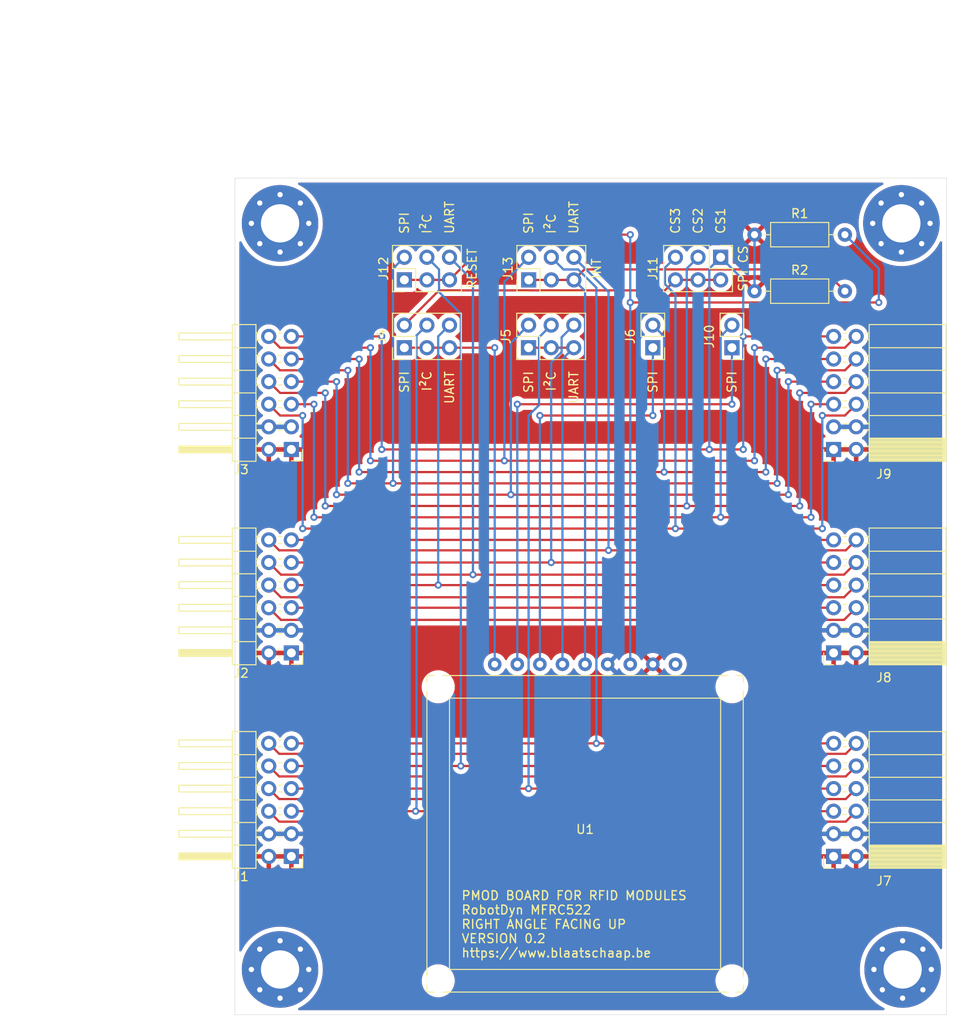
<source format=kicad_pcb>
(kicad_pcb (version 20211014) (generator pcbnew)
  (layers (0 "F.Cu" signal) (31 "B.Cu" signal) (34 "B.Paste" user "B.Plakken") (35 "F.Paste" user "F.Plakken") (36 "B.SilkS" user "B.Silkscreen") (37 "F.SilkS" user "F.Silkscreen") (38 "B.Mask" user) (39 "F.Mask" user "F. masker") (44 "Edge.Cuts" user))
  (net 0 "")
  (net 1 "GND")
  (net 2 "VCC")
  (net 3 "PMOD_UART_INT")
  (net 4 "PMOD_UART_CTS")
  (net 5 "PMOD_UART_TXD")
  (net 6 "PMOD_UART_GPIO3")
  (net 7 "PMOD_UART_RXD")
  (net 8 "PMOD_UART_GPIO4")
  (net 9 "PMOD_UART_RTS")
  (net 10 "PMOD_SPI_INT")
  (net 11 "PMOD_SPI_CS")
  (net 12 "PMOD_SPI_RESET")
  (net 13 "PMOD_SPI_MOSI")
  (net 14 "PMOD_SPI_CS2")
  (net 15 "PMOD_SPI_MISO")
  (net 16 "PMOD_SPI_CS3")
  (net 17 "PMOD_SPI_SCK")
  (net 18 "PMOD_I2C_GPIO1")
  (net 19 "PMOD_I2C_INT")
  (net 20 "PMOD_I2C_GPIO2")
  (net 21 "PMOD_I2C_RESET")
  (net 22 "PMOD_I2C_GPIO3")
  (net 23 "PMOD_I2C_SCL")
  (net 24 "PMOD_I2C_GPIO4")
  (net 25 "PMOD_I2C_SDA")
  (net 26 "CS")
  (net 27 "RESET")
  (net 28 "INT")
  (net 29 "SDA_CS_RX")
  (net 30 "SCL_MISO_TX")
  (net 31 "ADDR0_MOSI_MX")
  (net 32 "ADDR1_SCK_DTRQ")
  (net 33 "PMOD_UART_RESET")
  (footprint "Connector_PinHeader_2.54mm:PinHeader_2x06_P2.54mm_Horizontal" (layer "F.Cu") (at 63.5 119.38 180)
    (fp_text reference "J1" (at 5.655 -2.27) (layer "F.SilkS"))
    (fp_text value "Conn_02x06_Odd_Even")
    (pad "1" thru_hole rect locked (at 0 0 180) (size 1.7 1.7) (drill 1) (layers *.Cu *.Mask) (net 2 "VCC"))
    (pad "2" thru_hole oval locked (at 2.54 0 180) (size 1.7 1.7) (drill 1) (layers *.Cu *.Mask) (net 2 "VCC"))
    (pad "3" thru_hole oval locked (at 0 2.54 180) (size 1.7 1.7) (drill 1) (layers *.Cu *.Mask) (net 1 "GND"))
    (pad "4" thru_hole oval locked (at 2.54 2.54 180) (size 1.7 1.7) (drill 1) (layers *.Cu *.Mask) (net 1 "GND"))
    (pad "5" thru_hole oval locked (at 0 5.08 180) (size 1.7 1.7) (drill 1) (layers *.Cu *.Mask) (net 25 "PMOD_I2C_SDA"))
    (pad "6" thru_hole oval locked (at 2.54 5.08 180) (size 1.7 1.7) (drill 1) (layers *.Cu *.Mask) (net 24 "PMOD_I2C_GPIO4"))
    (pad "7" thru_hole oval locked (at 0 7.62 180) (size 1.7 1.7) (drill 1) (layers *.Cu *.Mask) (net 23 "PMOD_I2C_SCL"))
    (pad "8" thru_hole oval locked (at 2.54 7.62 180) (size 1.7 1.7) (drill 1) (layers *.Cu *.Mask) (net 22 "PMOD_I2C_GPIO3"))
    (pad "9" thru_hole oval locked (at 0 10.16 180) (size 1.7 1.7) (drill 1) (layers *.Cu *.Mask) (net 21 "PMOD_I2C_RESET"))
    (pad "10" thru_hole oval locked (at 2.54 10.16 180) (size 1.7 1.7) (drill 1) (layers *.Cu *.Mask) (net 20 "PMOD_I2C_GPIO2"))
    (pad "11" thru_hole oval locked (at 0 12.7 180) (size 1.7 1.7) (drill 1) (layers *.Cu *.Mask) (net 19 "PMOD_I2C_INT"))
    (pad "12" thru_hole oval locked (at 2.54 12.7 180) (size 1.7 1.7) (drill 1) (layers *.Cu *.Mask) (net 18 "PMOD_I2C_GPIO1"))
  )
  (footprint "Connector_PinHeader_2.54mm:PinHeader_2x06_P2.54mm_Horizontal" (layer "F.Cu") (at 63.5 96.52 180)
    (fp_text reference "J2" (at 5.655 -2.27) (layer "F.SilkS"))
    (fp_text value "Conn_02x06_Odd_Even")
    (pad "1" thru_hole rect locked (at 0 0 180) (size 1.7 1.7) (drill 1) (layers *.Cu *.Mask) (net 2 "VCC"))
    (pad "2" thru_hole oval locked (at 2.54 0 180) (size 1.7 1.7) (drill 1) (layers *.Cu *.Mask) (net 2 "VCC"))
    (pad "3" thru_hole oval locked (at 0 2.54 180) (size 1.7 1.7) (drill 1) (layers *.Cu *.Mask) (net 1 "GND"))
    (pad "4" thru_hole oval locked (at 2.54 2.54 180) (size 1.7 1.7) (drill 1) (layers *.Cu *.Mask) (net 1 "GND"))
    (pad "5" thru_hole oval locked (at 0 5.08 180) (size 1.7 1.7) (drill 1) (layers *.Cu *.Mask) (net 9 "PMOD_UART_RTS"))
    (pad "6" thru_hole oval locked (at 2.54 5.08 180) (size 1.7 1.7) (drill 1) (layers *.Cu *.Mask) (net 8 "PMOD_UART_GPIO4"))
    (pad "7" thru_hole oval locked (at 0 7.62 180) (size 1.7 1.7) (drill 1) (layers *.Cu *.Mask) (net 7 "PMOD_UART_RXD"))
    (pad "8" thru_hole oval locked (at 2.54 7.62 180) (size 1.7 1.7) (drill 1) (layers *.Cu *.Mask) (net 6 "PMOD_UART_GPIO3"))
    (pad "9" thru_hole oval locked (at 0 10.16 180) (size 1.7 1.7) (drill 1) (layers *.Cu *.Mask) (net 5 "PMOD_UART_TXD"))
    (pad "10" thru_hole oval locked (at 2.54 10.16 180) (size 1.7 1.7) (drill 1) (layers *.Cu *.Mask) (net 33 "PMOD_UART_RESET"))
    (pad "11" thru_hole oval locked (at 0 12.7 180) (size 1.7 1.7) (drill 1) (layers *.Cu *.Mask) (net 4 "PMOD_UART_CTS"))
    (pad "12" thru_hole oval locked (at 2.54 12.7 180) (size 1.7 1.7) (drill 1) (layers *.Cu *.Mask) (net 3 "PMOD_UART_INT"))
  )
  (footprint "Connector_PinHeader_2.54mm:PinHeader_2x06_P2.54mm_Horizontal" (layer "F.Cu") (at 63.5 73.66 180)
    (fp_text reference "J3" (at 5.655 -2.27) (layer "F.SilkS"))
    (fp_text value "Conn_02x06_Odd_Even")
    (pad "1" thru_hole rect locked (at 0 0 180) (size 1.7 1.7) (drill 1) (layers *.Cu *.Mask) (net 2 "VCC"))
    (pad "2" thru_hole oval locked (at 2.54 0 180) (size 1.7 1.7) (drill 1) (layers *.Cu *.Mask) (net 2 "VCC"))
    (pad "3" thru_hole oval locked (at 0 2.54 180) (size 1.7 1.7) (drill 1) (layers *.Cu *.Mask) (net 1 "GND"))
    (pad "4" thru_hole oval locked (at 2.54 2.54 180) (size 1.7 1.7) (drill 1) (layers *.Cu *.Mask) (net 1 "GND"))
    (pad "5" thru_hole oval locked (at 0 5.08 180) (size 1.7 1.7) (drill 1) (layers *.Cu *.Mask) (net 17 "PMOD_SPI_SCK"))
    (pad "6" thru_hole oval locked (at 2.54 5.08 180) (size 1.7 1.7) (drill 1) (layers *.Cu *.Mask) (net 16 "PMOD_SPI_CS3"))
    (pad "7" thru_hole oval locked (at 0 7.62 180) (size 1.7 1.7) (drill 1) (layers *.Cu *.Mask) (net 15 "PMOD_SPI_MISO"))
    (pad "8" thru_hole oval locked (at 2.54 7.62 180) (size 1.7 1.7) (drill 1) (layers *.Cu *.Mask) (net 14 "PMOD_SPI_CS2"))
    (pad "9" thru_hole oval locked (at 0 10.16 180) (size 1.7 1.7) (drill 1) (layers *.Cu *.Mask) (net 13 "PMOD_SPI_MOSI"))
    (pad "10" thru_hole oval locked (at 2.54 10.16 180) (size 1.7 1.7) (drill 1) (layers *.Cu *.Mask) (net 12 "PMOD_SPI_RESET"))
    (pad "11" thru_hole oval locked (at 0 12.7 180) (size 1.7 1.7) (drill 1) (layers *.Cu *.Mask) (net 11 "PMOD_SPI_CS"))
    (pad "12" thru_hole oval locked (at 2.54 12.7 180) (size 1.7 1.7) (drill 1) (layers *.Cu *.Mask) (net 10 "PMOD_SPI_INT"))
  )
  (footprint "Connector_PinSocket_2.54mm:PinSocket_2x06_P2.54mm_Horizontal" (layer "F.Cu") (at 124.46 119.38 180)
    (fp_text reference "J7" (at -5.65 -2.77) (layer "F.SilkS"))
    (fp_text value "Conn_02x06_Odd_Even")
    (pad "1" thru_hole rect locked (at 0 0 180) (size 1.7 1.7) (drill 1) (layers *.Cu *.Mask) (net 2 "VCC"))
    (pad "2" thru_hole oval locked (at -2.54 0 180) (size 1.7 1.7) (drill 1) (layers *.Cu *.Mask) (net 2 "VCC"))
    (pad "3" thru_hole oval locked (at 0 2.54 180) (size 1.7 1.7) (drill 1) (layers *.Cu *.Mask) (net 1 "GND"))
    (pad "4" thru_hole oval locked (at -2.54 2.54 180) (size 1.7 1.7) (drill 1) (layers *.Cu *.Mask) (net 1 "GND"))
    (pad "5" thru_hole oval locked (at 0 5.08 180) (size 1.7 1.7) (drill 1) (layers *.Cu *.Mask) (net 25 "PMOD_I2C_SDA"))
    (pad "6" thru_hole oval locked (at -2.54 5.08 180) (size 1.7 1.7) (drill 1) (layers *.Cu *.Mask) (net 24 "PMOD_I2C_GPIO4"))
    (pad "7" thru_hole oval locked (at 0 7.62 180) (size 1.7 1.7) (drill 1) (layers *.Cu *.Mask) (net 23 "PMOD_I2C_SCL"))
    (pad "8" thru_hole oval locked (at -2.54 7.62 180) (size 1.7 1.7) (drill 1) (layers *.Cu *.Mask) (net 22 "PMOD_I2C_GPIO3"))
    (pad "9" thru_hole oval locked (at 0 10.16 180) (size 1.7 1.7) (drill 1) (layers *.Cu *.Mask) (net 21 "PMOD_I2C_RESET"))
    (pad "10" thru_hole oval locked (at -2.54 10.16 180) (size 1.7 1.7) (drill 1) (layers *.Cu *.Mask) (net 20 "PMOD_I2C_GPIO2"))
    (pad "11" thru_hole oval locked (at 0 12.7 180) (size 1.7 1.7) (drill 1) (layers *.Cu *.Mask) (net 19 "PMOD_I2C_INT"))
    (pad "12" thru_hole oval locked (at -2.54 12.7 180) (size 1.7 1.7) (drill 1) (layers *.Cu *.Mask) (net 18 "PMOD_I2C_GPIO1"))
  )
  (footprint "Connector_PinSocket_2.54mm:PinSocket_2x06_P2.54mm_Horizontal" (layer "F.Cu") (at 124.46 96.52 180)
    (fp_text reference "J8" (at -5.65 -2.77) (layer "F.SilkS"))
    (fp_text value "Conn_02x06_Odd_Even")
    (pad "1" thru_hole rect locked (at 0 0 180) (size 1.7 1.7) (drill 1) (layers *.Cu *.Mask) (net 2 "VCC"))
    (pad "2" thru_hole oval locked (at -2.54 0 180) (size 1.7 1.7) (drill 1) (layers *.Cu *.Mask) (net 2 "VCC"))
    (pad "3" thru_hole oval locked (at 0 2.54 180) (size 1.7 1.7) (drill 1) (layers *.Cu *.Mask) (net 1 "GND"))
    (pad "4" thru_hole oval locked (at -2.54 2.54 180) (size 1.7 1.7) (drill 1) (layers *.Cu *.Mask) (net 1 "GND"))
    (pad "5" thru_hole oval locked (at 0 5.08 180) (size 1.7 1.7) (drill 1) (layers *.Cu *.Mask) (net 9 "PMOD_UART_RTS"))
    (pad "6" thru_hole oval locked (at -2.54 5.08 180) (size 1.7 1.7) (drill 1) (layers *.Cu *.Mask) (net 8 "PMOD_UART_GPIO4"))
    (pad "7" thru_hole oval locked (at 0 7.62 180) (size 1.7 1.7) (drill 1) (layers *.Cu *.Mask) (net 7 "PMOD_UART_RXD"))
    (pad "8" thru_hole oval locked (at -2.54 7.62 180) (size 1.7 1.7) (drill 1) (layers *.Cu *.Mask) (net 6 "PMOD_UART_GPIO3"))
    (pad "9" thru_hole oval locked (at 0 10.16 180) (size 1.7 1.7) (drill 1) (layers *.Cu *.Mask) (net 5 "PMOD_UART_TXD"))
    (pad "10" thru_hole oval locked (at -2.54 10.16 180) (size 1.7 1.7) (drill 1) (layers *.Cu *.Mask) (net 33 "PMOD_UART_RESET"))
    (pad "11" thru_hole oval locked (at 0 12.7 180) (size 1.7 1.7) (drill 1) (layers *.Cu *.Mask) (net 4 "PMOD_UART_CTS"))
    (pad "12" thru_hole oval locked (at -2.54 12.7 180) (size 1.7 1.7) (drill 1) (layers *.Cu *.Mask) (net 3 "PMOD_UART_INT"))
  )
  (footprint "Connector_PinSocket_2.54mm:PinSocket_2x06_P2.54mm_Horizontal" (layer "F.Cu") (at 124.46 73.66 180)
    (fp_text reference "J9" (at -5.65 -2.77) (layer "F.SilkS"))
    (fp_text value "Conn_02x06_Odd_Even")
    (pad "1" thru_hole rect locked (at 0 0 180) (size 1.7 1.7) (drill 1) (layers *.Cu *.Mask) (net 2 "VCC"))
    (pad "2" thru_hole oval locked (at -2.54 0 180) (size 1.7 1.7) (drill 1) (layers *.Cu *.Mask) (net 2 "VCC"))
    (pad "3" thru_hole oval locked (at 0 2.54 180) (size 1.7 1.7) (drill 1) (layers *.Cu *.Mask) (net 1 "GND"))
    (pad "4" thru_hole oval locked (at -2.54 2.54 180) (size 1.7 1.7) (drill 1) (layers *.Cu *.Mask) (net 1 "GND"))
    (pad "5" thru_hole oval locked (at 0 5.08 180) (size 1.7 1.7) (drill 1) (layers *.Cu *.Mask) (net 17 "PMOD_SPI_SCK"))
    (pad "6" thru_hole oval locked (at -2.54 5.08 180) (size 1.7 1.7) (drill 1) (layers *.Cu *.Mask) (net 16 "PMOD_SPI_CS3"))
    (pad "7" thru_hole oval locked (at 0 7.62 180) (size 1.7 1.7) (drill 1) (layers *.Cu *.Mask) (net 15 "PMOD_SPI_MISO"))
    (pad "8" thru_hole oval locked (at -2.54 7.62 180) (size 1.7 1.7) (drill 1) (layers *.Cu *.Mask) (net 14 "PMOD_SPI_CS2"))
    (pad "9" thru_hole oval locked (at 0 10.16 180) (size 1.7 1.7) (drill 1) (layers *.Cu *.Mask) (net 13 "PMOD_SPI_MOSI"))
    (pad "10" thru_hole oval locked (at -2.54 10.16 180) (size 1.7 1.7) (drill 1) (layers *.Cu *.Mask) (net 12 "PMOD_SPI_RESET"))
    (pad "11" thru_hole oval locked (at 0 12.7 180) (size 1.7 1.7) (drill 1) (layers *.Cu *.Mask) (net 11 "PMOD_SPI_CS"))
    (pad "12" thru_hole oval locked (at -2.54 12.7 180) (size 1.7 1.7) (drill 1) (layers *.Cu *.Mask) (net 10 "PMOD_SPI_INT"))
  )
  (footprint "MountingHole:MountingHole_4.3mm_M4_Pad_Via" (layer "F.Cu") (at 62.23 48.26)
    (fp_text reference "H1" hide)
    (fp_text value "MountingHole")
    (pad "1" thru_hole circle (at -2.280419 2.280419) (size 0.9 0.9) (drill 0.6) (layers *.Cu *.Mask))
    (pad "1" thru_hole circle (at 3.225 0) (size 0.9 0.9) (drill 0.6) (layers *.Cu *.Mask))
    (pad "1" thru_hole circle (at 2.280419 -2.280419) (size 0.9 0.9) (drill 0.6) (layers *.Cu *.Mask))
    (pad "1" thru_hole circle (at -3.225 0) (size 0.9 0.9) (drill 0.6) (layers *.Cu *.Mask))
    (pad "1" thru_hole circle (at 2.280419 2.280419) (size 0.9 0.9) (drill 0.6) (layers *.Cu *.Mask))
    (pad "1" thru_hole circle (at 0 -3.225) (size 0.9 0.9) (drill 0.6) (layers *.Cu *.Mask))
    (pad "1" thru_hole circle (at 0 3.225) (size 0.9 0.9) (drill 0.6) (layers *.Cu *.Mask))
    (pad "1" thru_hole circle (at -2.280419 -2.280419) (size 0.9 0.9) (drill 0.6) (layers *.Cu *.Mask))
    (pad "1" thru_hole circle (at 0 0) (size 8.6 8.6) (drill 4.3) (layers *.Cu *.Mask))
  )
  (footprint "MountingHole:MountingHole_4.3mm_M4_Pad_Via" (layer "F.Cu") (at 62.23 132.08)
    (fp_text reference "H2" hide)
    (fp_text value "MountingHole")
    (pad "1" thru_hole circle (at 0 3.225) (size 0.9 0.9) (drill 0.6) (layers *.Cu *.Mask))
    (pad "1" thru_hole circle (at -2.280419 2.280419) (size 0.9 0.9) (drill 0.6) (layers *.Cu *.Mask))
    (pad "1" thru_hole circle (at 3.225 0) (size 0.9 0.9) (drill 0.6) (layers *.Cu *.Mask))
    (pad "1" thru_hole circle (at -3.225 0) (size 0.9 0.9) (drill 0.6) (layers *.Cu *.Mask))
    (pad "1" thru_hole circle (at 2.280419 -2.280419) (size 0.9 0.9) (drill 0.6) (layers *.Cu *.Mask))
    (pad "1" thru_hole circle (at 2.280419 2.280419) (size 0.9 0.9) (drill 0.6) (layers *.Cu *.Mask))
    (pad "1" thru_hole circle (at 0 -3.225) (size 0.9 0.9) (drill 0.6) (layers *.Cu *.Mask))
    (pad "1" thru_hole circle (at -2.280419 -2.280419) (size 0.9 0.9) (drill 0.6) (layers *.Cu *.Mask))
    (pad "1" thru_hole circle (at 0 0) (size 8.6 8.6) (drill 4.3) (layers *.Cu *.Mask))
  )
  (footprint "MountingHole:MountingHole_4.3mm_M4_Pad_Via" (layer "F.Cu") (at 132.08 48.26)
    (fp_text reference "H3" hide)
    (fp_text value "MountingHole")
    (pad "1" thru_hole circle (at 2.280419 -2.280419) (size 0.9 0.9) (drill 0.6) (layers *.Cu *.Mask))
    (pad "1" thru_hole circle (at -3.225 0) (size 0.9 0.9) (drill 0.6) (layers *.Cu *.Mask))
    (pad "1" thru_hole circle (at 0 -3.225) (size 0.9 0.9) (drill 0.6) (layers *.Cu *.Mask))
    (pad "1" thru_hole circle (at 0 0) (size 8.6 8.6) (drill 4.3) (layers *.Cu *.Mask))
    (pad "1" thru_hole circle (at -2.280419 -2.280419) (size 0.9 0.9) (drill 0.6) (layers *.Cu *.Mask))
    (pad "1" thru_hole circle (at 0 3.225) (size 0.9 0.9) (drill 0.6) (layers *.Cu *.Mask))
    (pad "1" thru_hole circle (at -2.280419 2.280419) (size 0.9 0.9) (drill 0.6) (layers *.Cu *.Mask))
    (pad "1" thru_hole circle (at 2.280419 2.280419) (size 0.9 0.9) (drill 0.6) (layers *.Cu *.Mask))
    (pad "1" thru_hole circle (at 3.225 0) (size 0.9 0.9) (drill 0.6) (layers *.Cu *.Mask))
  )
  (footprint "MountingHole:MountingHole_4.3mm_M4_Pad_Via" (layer "F.Cu") (at 132.22 132.08)
    (fp_text reference "H4" hide)
    (fp_text value "MountingHole")
    (pad "1" thru_hole circle (at 0 0) (size 8.6 8.6) (drill 4.3) (layers *.Cu *.Mask))
    (pad "1" thru_hole circle (at 2.280419 -2.280419) (size 0.9 0.9) (drill 0.6) (layers *.Cu *.Mask))
    (pad "1" thru_hole circle (at -2.280419 2.280419) (size 0.9 0.9) (drill 0.6) (layers *.Cu *.Mask))
    (pad "1" thru_hole circle (at 3.225 0) (size 0.9 0.9) (drill 0.6) (layers *.Cu *.Mask))
    (pad "1" thru_hole circle (at -2.280419 -2.280419) (size 0.9 0.9) (drill 0.6) (layers *.Cu *.Mask))
    (pad "1" thru_hole circle (at 0 -3.225) (size 0.9 0.9) (drill 0.6) (layers *.Cu *.Mask))
    (pad "1" thru_hole circle (at -3.225 0) (size 0.9 0.9) (drill 0.6) (layers *.Cu *.Mask))
    (pad "1" thru_hole circle (at 0 3.225) (size 0.9 0.9) (drill 0.6) (layers *.Cu *.Mask))
    (pad "1" thru_hole circle (at 2.280419 2.280419) (size 0.9 0.9) (drill 0.6) (layers *.Cu *.Mask))
  )
  (footprint "Resistor_THT:R_Axial_DIN0207_L6.3mm_D2.5mm_P10.16mm_Horizontal" (layer "F.Cu") (at 115.57 55.88)
    (fp_text reference "R2" (at 5.08 -2.37) (layer "F.SilkS"))
    (fp_text value "R_Small")
    (pad "1" thru_hole circle locked (at 0 0) (size 1.6 1.6) (drill 0.8) (layers *.Cu *.Mask) (net 2 "VCC"))
    (pad "2" thru_hole oval locked (at 10.16 0) (size 1.6 1.6) (drill 0.8) (layers *.Cu *.Mask) (net 28 "INT"))
  )
  (footprint "Resistor_THT:R_Axial_DIN0207_L6.3mm_D2.5mm_P10.16mm_Horizontal" (layer "F.Cu") (at 115.57 49.53)
    (fp_text reference "R1" (at 5.08 -2.37) (layer "F.SilkS"))
    (fp_text value "R_Small")
    (pad "1" thru_hole circle locked (at 0 0) (size 1.6 1.6) (drill 0.8) (layers *.Cu *.Mask) (net 2 "VCC"))
    (pad "2" thru_hole oval locked (at 10.16 0) (size 1.6 1.6) (drill 0.8) (layers *.Cu *.Mask) (net 27 "RESET"))
  )
  (footprint "Connector_PinHeader_2.54mm:PinHeader_2x03_P2.54mm_Vertical" (layer "F.Cu") (at 90.17 62.23 90)
    (fp_text reference "J5" (at 1.27 -2.54 90) (layer "F.SilkS"))
    (fp_text value "Conn_02x03_Odd_Even")
    (pad "1" thru_hole rect locked (at 0 0 90) (size 1.7 1.7) (drill 1) (layers *.Cu *.Mask) (net 30 "SCL_MISO_TX"))
    (pad "2" thru_hole oval locked (at 2.54 0 90) (size 1.7 1.7) (drill 1) (layers *.Cu *.Mask) (net 15 "PMOD_SPI_MISO"))
    (pad "3" thru_hole oval locked (at 0 2.54 90) (size 1.7 1.7) (drill 1) (layers *.Cu *.Mask) (net 30 "SCL_MISO_TX"))
    (pad "4" thru_hole oval locked (at 2.54 2.54 90) (size 1.7 1.7) (drill 1) (layers *.Cu *.Mask) (net 23 "PMOD_I2C_SCL"))
    (pad "5" thru_hole oval locked (at 0 5.08 90) (size 1.7 1.7) (drill 1) (layers *.Cu *.Mask) (net 30 "SCL_MISO_TX"))
    (pad "6" thru_hole oval locked (at 2.54 5.08 90) (size 1.7 1.7) (drill 1) (layers *.Cu *.Mask) (net 5 "PMOD_UART_TXD"))
  )
  (footprint "Connector_PinHeader_2.54mm:PinHeader_1x02_P2.54mm_Vertical" (layer "F.Cu") (at 104.14 62.23 180)
    (fp_text reference "J6" (at 2.54 1.27 90) (layer "F.SilkS"))
    (fp_text value "Conn_02x01")
    (pad "1" thru_hole rect locked (at 0 0 180) (size 1.7 1.7) (drill 1) (layers *.Cu *.Mask) (net 31 "ADDR0_MOSI_MX"))
    (pad "2" thru_hole oval locked (at 0 2.54 180) (size 1.7 1.7) (drill 1) (layers *.Cu *.Mask) (net 13 "PMOD_SPI_MOSI"))
  )
  (footprint "Connector_PinHeader_2.54mm:PinHeader_1x02_P2.54mm_Vertical" (layer "F.Cu") (at 113.03 62.23 180)
    (fp_text reference "J10" (at 2.54 1.27 90) (layer "F.SilkS"))
    (fp_text value "Conn_02x01")
    (pad "1" thru_hole rect locked (at 0 0 180) (size 1.7 1.7) (drill 1) (layers *.Cu *.Mask) (net 32 "ADDR1_SCK_DTRQ"))
    (pad "2" thru_hole oval locked (at 0 2.54 180) (size 1.7 1.7) (drill 1) (layers *.Cu *.Mask) (net 17 "PMOD_SPI_SCK"))
  )
  (footprint "Connector_PinHeader_2.54mm:PinHeader_2x03_P2.54mm_Vertical" (layer "F.Cu") (at 111.76 52.07 -90)
    (fp_text reference "J11" (at 1.27 7.62 90) (layer "F.SilkS"))
    (fp_text value "Conn_02x03_Odd_Even")
    (pad "1" thru_hole rect locked (at 0 0 270) (size 1.7 1.7) (drill 1) (layers *.Cu *.Mask) (net 11 "PMOD_SPI_CS"))
    (pad "2" thru_hole oval locked (at 2.54 0 270) (size 1.7 1.7) (drill 1) (layers *.Cu *.Mask) (net 26 "CS"))
    (pad "3" thru_hole oval locked (at 0 2.54 270) (size 1.7 1.7) (drill 1) (layers *.Cu *.Mask) (net 14 "PMOD_SPI_CS2"))
    (pad "4" thru_hole oval locked (at 2.54 2.54 270) (size 1.7 1.7) (drill 1) (layers *.Cu *.Mask) (net 26 "CS"))
    (pad "5" thru_hole oval locked (at 0 5.08 270) (size 1.7 1.7) (drill 1) (layers *.Cu *.Mask) (net 16 "PMOD_SPI_CS3"))
    (pad "6" thru_hole oval locked (at 2.54 5.08 270) (size 1.7 1.7) (drill 1) (layers *.Cu *.Mask) (net 26 "CS"))
  )
  (footprint "Connector_PinHeader_2.54mm:PinHeader_2x03_P2.54mm_Vertical" (layer "F.Cu") (at 76.2 62.23 90)
    (fp_text reference "J4" (at 1.27 -2.54 90) (layer "F.SilkS"))
    (fp_text value "Conn_02x03_Odd_Even")
    (pad "1" thru_hole rect locked (at 0 0 90) (size 1.7 1.7) (drill 1) (layers *.Cu *.Mask) (net 29 "SDA_CS_RX"))
    (pad "2" thru_hole oval locked (at 2.54 0 90) (size 1.7 1.7) (drill 1) (layers *.Cu *.Mask) (net 26 "CS"))
    (pad "3" thru_hole oval locked (at 0 2.54 90) (size 1.7 1.7) (drill 1) (layers *.Cu *.Mask) (net 29 "SDA_CS_RX"))
    (pad "4" thru_hole oval locked (at 2.54 2.54 90) (size 1.7 1.7) (drill 1) (layers *.Cu *.Mask) (net 25 "PMOD_I2C_SDA"))
    (pad "5" thru_hole oval locked (at 0 5.08 90) (size 1.7 1.7) (drill 1) (layers *.Cu *.Mask) (net 29 "SDA_CS_RX"))
    (pad "6" thru_hole oval locked (at 2.54 5.08 90) (size 1.7 1.7) (drill 1) (layers *.Cu *.Mask) (net 7 "PMOD_UART_RXD"))
  )
  (footprint "Connector_PinHeader_2.54mm:PinHeader_2x03_P2.54mm_Vertical" (layer "F.Cu") (at 76.2 54.61 90)
    (fp_text reference "J12" (at 1.27 -2.33 90) (layer "F.SilkS"))
    (fp_text value "Conn_02x03_Odd_Even")
    (pad "1" thru_hole rect (at 0 0 90) (size 1.7 1.7) (drill 1) (layers *.Cu *.Mask) (net 27 "RESET"))
    (pad "2" thru_hole oval (at 2.54 0 90) (size 1.7 1.7) (drill 1) (layers *.Cu *.Mask) (net 12 "PMOD_SPI_RESET"))
    (pad "3" thru_hole oval (at 0 2.54 90) (size 1.7 1.7) (drill 1) (layers *.Cu *.Mask) (net 27 "RESET"))
    (pad "4" thru_hole oval (at 2.54 2.54 90) (size 1.7 1.7) (drill 1) (layers *.Cu *.Mask) (net 21 "PMOD_I2C_RESET"))
    (pad "5" thru_hole oval (at 0 5.08 90) (size 1.7 1.7) (drill 1) (layers *.Cu *.Mask) (net 27 "RESET"))
    (pad "6" thru_hole oval (at 2.54 5.08 90) (size 1.7 1.7) (drill 1) (layers *.Cu *.Mask) (net 33 "PMOD_UART_RESET"))
  )
  (footprint "Connector_PinHeader_2.54mm:PinHeader_2x03_P2.54mm_Vertical" (layer "F.Cu") (at 90.185 54.615 90)
    (fp_text reference "J13" (at 1.27 -2.33 90) (layer "F.SilkS"))
    (fp_text value "Conn_02x03_Odd_Even")
    (pad "1" thru_hole rect (at 0 0 90) (size 1.7 1.7) (drill 1) (layers *.Cu *.Mask) (net 28 "INT"))
    (pad "2" thru_hole oval (at 2.54 0 90) (size 1.7 1.7) (drill 1) (layers *.Cu *.Mask) (net 10 "PMOD_SPI_INT"))
    (pad "3" thru_hole oval (at 0 2.54 90) (size 1.7 1.7) (drill 1) (layers *.Cu *.Mask) (net 28 "INT"))
    (pad "4" thru_hole oval (at 2.54 2.54 90) (size 1.7 1.7) (drill 1) (layers *.Cu *.Mask) (net 19 "PMOD_I2C_INT"))
    (pad "5" thru_hole oval (at 0 5.08 90) (size 1.7 1.7) (drill 1) (layers *.Cu *.Mask) (net 28 "INT"))
    (pad "6" thru_hole oval (at 2.54 5.08 90) (size 1.7 1.7) (drill 1) (layers *.Cu *.Mask) (net 3 "PMOD_UART_INT"))
  )
  (footprint "AvS_Modules:MOD_MFRC522_RobotDyn_RIGHT_DOWN" (layer "F.Cu") (at 96.52 116.84 180)
    (fp_text reference "U1" (at 0 0.5) (layer "F.SilkS"))
    (fp_text value "MOD_RFID-RC522_RobotDyn")
    (pad "" np_thru_hole circle (at -16.51 16.51) (size 2.7 2.7) (drill 2.7) (layers *.Cu *.Mask))
    (pad "" np_thru_hole circle (at 16.51 -16.51) (size 2.7 2.7) (drill 2.7) (layers *.Cu *.Mask))
    (pad "" np_thru_hole circle (at 16.51 16.51) (size 2.7 2.7) (drill 2.7) (layers *.Cu *.Mask))
    (pad "" np_thru_hole circle (at -16.51 -16.51) (size 2.7 2.7) (drill 2.7) (layers *.Cu *.Mask))
    (pad "0" thru_hole circle (at -10.16 19.05) (size 1.524 1.524) (drill 0.762) (layers *.Cu *.Mask))
    (pad "1" thru_hole circle (at -7.62 19.05 180) (size 1.524 1.524) (drill 0.762) (layers *.Cu *.Mask) (net 2 "VCC"))
    (pad "2" thru_hole circle (at -5.08 19.05 180) (size 1.524 1.524) (drill 0.762) (layers *.Cu *.Mask) (net 27 "RESET"))
    (pad "3" thru_hole circle (at -2.54 19.05) (size 1.524 1.524) (drill 0.762) (layers *.Cu *.Mask) (net 1 "GND"))
    (pad "4" thru_hole circle (at 0 19.05 180) (size 1.524 1.524) (drill 0.762) (layers *.Cu *.Mask) (net 28 "INT"))
    (pad "5" thru_hole circle (at 2.54 19.05) (size 1.524 1.524) (drill 0.762) (layers *.Cu *.Mask) (net 30 "SCL_MISO_TX"))
    (pad "6" thru_hole circle (at 5.08 19.05 180) (size 1.524 1.524) (drill 0.762) (layers *.Cu *.Mask) (net 31 "ADDR0_MOSI_MX"))
    (pad "7" thru_hole circle (at 7.62 19.05) (size 1.524 1.524) (drill 0.762) (layers *.Cu *.Mask) (net 32 "ADDR1_SCK_DTRQ"))
    (pad "8" thru_hole circle (at 10.16 19.05 180) (size 1.524 1.524) (drill 0.762) (layers *.Cu *.Mask) (net 29 "SDA_CS_RX"))
  )
  (gr_line (start 137.16 137.16) (end 57.15 137.16) (layer "Edge.Cuts") (width 0.05))
  (gr_line (start 57.15 43.18) (end 137.16 43.18) (layer "Edge.Cuts") (width 0.05))
  (gr_line (start 137.16 43.18) (end 137.16 137.16) (layer "Edge.Cuts") (width 0.05))
  (gr_line (start 57.15 43.18) (end 57.15 137.16) (layer "Edge.Cuts") (width 0.05))
  (gr_text "I²C" (at 78.74 49.53 90) (layer "F.SilkS") (effects (font (size 1 1)) (justify left)))
  (gr_text "UART" (at 81.28 49.53 90) (layer "F.SilkS") (effects (font (size 1 1)) (justify left)))
  (gr_text "SPI" (at 113.03 64.77 90) (layer "F.SilkS") (effects (font (size 1 1)) (justify right)))
  (gr_text "UART" (at 81.28 64.77 90) (layer "F.SilkS") (effects (font (size 1 1)) (justify right)))
  (gr_text "SPI" (at 90.17 64.77 90) (layer "F.SilkS") (effects (font (size 1 1)) (justify right)))
  (gr_text "RESET" (at 83.82 53.34 90) (layer "F.SilkS") (effects (font (size 1 1))))
  (gr_text "SPI CS" (at 114.3 53.34 90) (layer "F.SilkS") (effects (font (size 1 1))))
  (gr_text "I²C" (at 78.74 64.77 90) (layer "F.SilkS") (effects (font (size 1 1)) (justify right)))
  (gr_text "I²C" (at 92.71 64.77 90) (layer "F.SilkS") (effects (font (size 1 1)) (justify right)))
  (gr_text "UART" (at 95.25 49.53 90) (layer "F.SilkS") (effects (font (size 1 1)) (justify left)))
  (gr_text "SPI" (at 90.17 49.53 90) (layer "F.SilkS") (effects (font (size 1 1)) (justify left)))
  (gr_text "PMOD BOARD FOR RFID MODULES\nRobotDyn MFRC522\nRIGHT ANGLE FACING UP\nVERSION 0.2\nhttps://www.blaatschaap.be" (at 82.55 127) (layer "F.SilkS") (effects (font (size 1 1)) (justify left)))
  (gr_text "SPI" (at 76.2 64.77 90) (layer "F.SilkS") (effects (font (size 1 1)) (justify right)))
  (gr_text "CS2" (at 109.22 49.53 90) (layer "F.SilkS") (effects (font (size 1 1)) (justify left)))
  (gr_text "I²C" (at 92.71 49.53 90) (layer "F.SilkS") (effects (font (size 1 1)) (justify left)))
  (gr_text "INT" (at 97.79 53.34 90) (layer "F.SilkS") (effects (font (size 1 1))))
  (gr_text "SPI" (at 76.2 49.53 90) (layer "F.SilkS") (effects (font (size 1 1)) (justify left)))
  (gr_text "SPI" (at 104.14 64.77 90) (layer "F.SilkS") (effects (font (size 1 1)) (justify right)))
  (gr_text "CS3" (at 106.68 49.53 90) (layer "F.SilkS") (effects (font (size 1 1)) (justify left)))
  (gr_text "UART" (at 95.25 64.77 90) (layer "F.SilkS") (effects (font (size 1 1)) (justify right)))
  (gr_text "CS1" (at 111.76 49.53 90) (layer "F.SilkS") (effects (font (size 1 1)) (justify left)))
  (segment (start 115.57 55.88) (end 115.57 49.53) (width 0.25) (layer "B.Cu") (net 2))
  (segment (start 125.825489 84.994511) (end 127 83.82) (width 0.25) (layer "F.Cu") (net 3))
  (segment (start 60.96 83.82) (end 62.134511 84.994511) (width 0.25) (layer "F.Cu") (net 3))
  (segment (start 62.134511 84.994511) (end 99.155489 84.994511) (width 0.25) (layer "F.Cu") (net 3))
  (segment (start 99.155489 84.994511) (end 125.825489 84.994511) (width 0.25) (layer "F.Cu") (net 3))
  (via (at 99.155489 84.994511) (size 0.8) (drill 0.4) (layers "F.Cu" "B.Cu") (net 3))
  (segment (start 95.265 52.075) (end 99.155489 55.965489) (width 0.25) (layer "B.Cu") (net 3))
  (segment (start 99.155489 55.965489) (end 99.155489 84.994511) (width 0.25) (layer "B.Cu") (net 3))
  (segment (start 63.5 83.82) (end 124.46 83.82) (width 0.25) (layer "F.Cu") (net 4))
  (segment (start 92.71 86.36) (end 80.01 86.36) (width 0.25) (layer "F.Cu") (net 5))
  (segment (start 124.46 86.36) (end 92.71 86.36) (width 0.25) (layer "F.Cu") (net 5))
  (segment (start 80.01 86.36) (end 63.5 86.36) (width 0.25) (layer "F.Cu") (net 5))
  (via (at 92.71 86.36) (size 0.8) (drill 0.4) (layers "F.Cu" "B.Cu") (net 5))
  (segment (start 92.71 63.89101) (end 92.71 86.36) (width 0.25) (layer "B.Cu") (net 5))
  (segment (start 95.25 59.69) (end 93.884511 61.055489) (width 0.25) (layer "B.Cu") (net 5))
  (segment (start 93.884511 62.716499) (end 92.71 63.89101) (width 0.25) (layer "B.Cu") (net 5))
  (segment (start 93.884511 61.055489) (end 93.884511 62.716499) (width 0.25) (layer "B.Cu") (net 5))
  (segment (start 62.325489 90.265489) (end 125.634511 90.265489) (width 0.25) (layer "F.Cu") (net 6))
  (segment (start 125.634511 90.265489) (end 127 88.9) (width 0.25) (layer "F.Cu") (net 6))
  (segment (start 60.96 88.9) (end 62.325489 90.265489) (width 0.25) (layer "F.Cu") (net 6))
  (segment (start 80.01 88.9) (end 63.5 88.9) (width 0.25) (layer "F.Cu") (net 7))
  (segment (start 124.46 88.9) (end 80.01 88.9) (width 0.25) (layer "F.Cu") (net 7))
  (via (at 80.01 88.9) (size 0.8) (drill 0.4) (layers "F.Cu" "B.Cu") (net 7))
  (segment (start 81.28 59.69) (end 80.01 60.96) (width 0.25) (layer "B.Cu") (net 7))
  (segment (start 80.01 60.96) (end 80.01 88.9) (width 0.25) (layer "B.Cu") (net 7))
  (segment (start 125.634511 92.805489) (end 127 91.44) (width 0.25) (layer "F.Cu") (net 8))
  (segment (start 60.96 91.44) (end 62.325489 92.805489) (width 0.25) (layer "F.Cu") (net 8))
  (segment (start 62.325489 92.805489) (end 125.634511 92.805489) (width 0.25) (layer "F.Cu") (net 8))
  (segment (start 124.46 91.44) (end 63.5 91.44) (width 0.25) (layer "F.Cu") (net 9))
  (segment (start 72.39 74.93) (end 86.36 74.93) (width 0.25) (layer "F.Cu") (net 10))
  (segment (start 86.36 74.93) (end 115.57 74.93) (width 0.25) (layer "F.Cu") (net 10))
  (segment (start 60.96 60.96) (end 62.23 62.23) (width 0.25) (layer "F.Cu") (net 10))
  (segment (start 62.23 62.23) (end 72.39 62.23) (width 0.25) (layer "F.Cu") (net 10))
  (segment (start 125.73 62.23) (end 115.57 62.23) (width 0.25) (layer "F.Cu") (net 10))
  (segment (start 127 60.96) (end 125.73 62.23) (width 0.25) (layer "F.Cu") (net 10))
  (via (at 72.39 74.93) (size 0.8) (drill 0.4) (layers "F.Cu" "B.Cu") (net 10))
  (via (at 72.39 62.23) (size 0.8) (drill 0.4) (layers "F.Cu" "B.Cu") (net 10))
  (via (at 115.57 74.93) (size 0.8) (drill 0.4) (layers "F.Cu" "B.Cu") (net 10))
  (via (at 115.57 62.23) (size 0.8) (drill 0.4) (layers "F.Cu" "B.Cu") (net 10))
  (via (at 87.450989 74.93) (size 0.8) (drill 0.4) (layers "F.Cu" "B.Cu") (net 10))
  (segment (start 115.57 62.23) (end 115.57 74.93) (width 0.25) (layer "B.Cu") (net 10))
  (segment (start 87.450989 54.809011) (end 87.450989 74.93) (width 0.25) (layer "B.Cu") (net 10))
  (segment (start 90.185 52.075) (end 87.450989 54.809011) (width 0.25) (layer "B.Cu") (net 10))
  (segment (start 72.39 62.23) (end 72.39 74.93) (width 0.25) (layer "B.Cu") (net 10))
  (segment (start 114.3 73.66) (end 82.55 73.66) (width 0.25) (layer "F.Cu") (net 11))
  (segment (start 114.307824 60.96) (end 114.303912 60.956088) (width 0.25) (layer "F.Cu") (net 11))
  (segment (start 82.55 73.66) (end 73.66 73.66) (width 0.25) (layer "F.Cu") (net 11))
  (segment (start 124.46 60.96) (end 114.307824 60.96) (width 0.25) (layer "F.Cu") (net 11))
  (segment (start 63.5 60.96) (end 73.66 60.96) (width 0.25) (layer "F.Cu") (net 11))
  (via (at 114.3 73.66) (size 0.8) (drill 0.4) (layers "F.Cu" "B.Cu") (net 11))
  (via (at 73.66 73.66) (size 0.8) (drill 0.4) (layers "F.Cu" "B.Cu") (net 11))
  (via (at 114.303912 60.956088) (size 0.8) (drill 0.4) (layers "F.Cu" "B.Cu") (net 11))
  (via (at 73.66 60.96) (size 0.8) (drill 0.4) (layers "F.Cu" "B.Cu") (net 11))
  (via (at 110.49 73.66) (size 0.8) (drill 0.4) (layers "F.Cu" "B.Cu") (net 11))
  (segment (start 114.303912 54.613912) (end 114.303912 60.956088) (width 0.25) (layer "B.Cu") (net 11))
  (segment (start 73.66 73.66) (end 73.66 60.96) (width 0.25) (layer "B.Cu") (net 11))
  (segment (start 114.303912 60.956088) (end 114.3 60.96) (width 0.25) (layer "B.Cu") (net 11))
  (segment (start 110.49 53.34) (end 110.49 73.66) (width 0.25) (layer "B.Cu") (net 11))
  (segment (start 114.3 60.96) (end 114.3 73.66) (width 0.25) (layer "B.Cu") (net 11))
  (segment (start 111.76 52.07) (end 110.49 53.34) (width 0.25) (layer "B.Cu") (net 11))
  (segment (start 114.303912 54.613912) (end 111.76 52.07) (width 0.25) (layer "B.Cu") (net 11))
  (segment (start 69.85 77.47) (end 74.93 77.47) (width 0.25) (layer "F.Cu") (net 12))
  (segment (start 125.73 64.77) (end 127 63.5) (width 0.25) (layer "F.Cu") (net 12))
  (segment (start 118.11 64.77) (end 125.73 64.77) (width 0.25) (layer "F.Cu") (net 12))
  (segment (start 62.23 64.77) (end 69.85 64.77) (width 0.25) (layer "F.Cu") (net 12))
  (segment (start 60.96 63.5) (end 62.23 64.77) (width 0.25) (layer "F.Cu") (net 12))
  (segment (start 74.93 77.47) (end 118.11 77.47) (width 0.25) (layer "F.Cu") (net 12))
  (via (at 69.85 64.77) (size 0.8) (drill 0.4) (layers "F.Cu" "B.Cu") (net 12))
  (via (at 118.11 64.77) (size 0.8) (drill 0.4) (layers "F.Cu" "B.Cu") (net 12))
  (via (at 74.93 77.47) (size 0.8) (drill 0.4) (layers "F.Cu" "B.Cu") (net 12))
  (via (at 118.11 77.47) (size 0.8) (drill 0.4) (layers "F.Cu" "B.Cu") (net 12))
  (via (at 69.85 77.47) (size 0.8) (drill 0.4) (layers "F.Cu" "B.Cu") (net 12))
  (segment (start 69.85 64.77) (end 69.85 77.47) (width 0.25) (layer "B.Cu") (net 12))
  (segment (start 118.11 77.47) (end 118.11 64.77) (width 0.25) (layer "B.Cu") (net 12))
  (segment (start 76.2 52.07) (end 74.93 53.34) (width 0.25) (layer "B.Cu") (net 12))
  (segment (start 74.93 53.34) (end 74.93 77.47) (width 0.25) (layer "B.Cu") (net 12))
  (segment (start 116.84 76.2) (end 105.41 76.2) (width 0.25) (layer "F.Cu") (net 13))
  (segment (start 124.46 63.5) (end 116.84 63.5) (width 0.25) (layer "F.Cu") (net 13))
  (segment (start 63.5 63.5) (end 71.12 63.5) (width 0.25) (layer "F.Cu") (net 13))
  (segment (start 105.41 76.2) (end 71.12 76.2) (width 0.25) (layer "F.Cu") (net 13))
  (via (at 116.84 76.2) (size 0.8) (drill 0.4) (layers "F.Cu" "B.Cu") (net 13))
  (via (at 71.12 76.2) (size 0.8) (drill 0.4) (layers "F.Cu" "B.Cu") (net 13))
  (via (at 105.41 76.2) (size 0.8) (drill 0.4) (layers "F.Cu" "B.Cu") (net 13))
  (via (at 71.12 63.5) (size 0.8) (drill 0.4) (layers "F.Cu" "B.Cu") (net 13))
  (via (at 116.84 63.5) (size 0.8) (drill 0.4) (layers "F.Cu" "B.Cu") (net 13))
  (segment (start 71.12 76.2) (end 71.12 63.5) (width 0.25) (layer "B.Cu") (net 13))
  (segment (start 116.84 63.5) (end 116.84 76.2) (width 0.25) (layer "B.Cu") (net 13))
  (segment (start 105.41 60.96) (end 105.41 76.2) (width 0.25) (layer "B.Cu") (net 13))
  (segment (start 104.14 59.69) (end 105.41 60.96) (width 0.25) (layer "B.Cu") (net 13))
  (segment (start 125.73 67.31) (end 127 66.04) (width 0.25) (layer "F.Cu") (net 14))
  (segment (start 110.49 80.01) (end 120.65 80.01) (width 0.25) (layer "F.Cu") (net 14))
  (segment (start 60.96 66.04) (end 62.23 67.31) (width 0.25) (layer "F.Cu") (net 14))
  (segment (start 62.23 67.31) (end 67.31 67.31) (width 0.25) (layer "F.Cu") (net 14))
  (segment (start 67.31 80.01) (end 83.82 80.01) (width 0.25) (layer "F.Cu") (net 14))
  (segment (start 120.65 67.31) (end 125.73 67.31) (width 0.25) (layer "F.Cu") (net 14))
  (segment (start 83.82 80.01) (end 110.49 80.01) (width 0.25) (layer "F.Cu") (net 14))
  (via (at 120.65 67.31) (size 0.8) (drill 0.4) (layers "F.Cu" "B.Cu") (net 14))
  (via (at 67.31 67.31) (size 0.8) (drill 0.4) (layers "F.Cu" "B.Cu") (net 14))
  (via (at 67.31 80.01) (size 0.8) (drill 0.4) (layers "F.Cu" "B.Cu") (net 14))
  (via (at 107.95 80.01) (size 0.8) (drill 0.4) (layers "F.Cu" "B.Cu") (net 14))
  (via (at 120.65 80.01) (size 0.8) (drill 0.4) (layers "F.Cu" "B.Cu") (net 14))
  (segment (start 109.22 52.07) (end 107.95 53.34) (width 0.25) (layer "B.Cu") (net 14))
  (segment (start 107.95 53.34) (end 107.95 80.01) (width 0.25) (layer "B.Cu") (net 14))
  (segment (start 120.65 80.01) (end 120.65 67.31) (width 0.25) (layer "B.Cu") (net 14))
  (segment (start 67.31 67.31) (end 67.31 80.01) (width 0.25) (layer "B.Cu") (net 14))
  (segment (start 119.38 78.74) (end 68.58 78.74) (width 0.25) (layer "F.Cu") (net 15))
  (segment (start 63.5 66.04) (end 68.58 66.04) (width 0.25) (layer "F.Cu") (net 15))
  (segment (start 124.46 66.04) (end 119.38 66.04) (width 0.25) (layer "F.Cu") (net 15))
  (via (at 119.38 66.04) (size 0.8) (drill 0.4) (layers "F.Cu" "B.Cu") (net 15))
  (via (at 68.58 66.04) (size 0.8) (drill 0.4) (layers "F.Cu" "B.Cu") (net 15))
  (via (at 119.38 78.74) (size 0.8) (drill 0.4) (layers "F.Cu" "B.Cu") (net 15))
  (via (at 68.58 78.74) (size 0.8) (drill 0.4) (layers "F.Cu" "B.Cu") (net 15))
  (via (at 88.1755 78.74) (size 0.8) (drill 0.4) (layers "F.Cu" "B.Cu") (net 15))
  (segment (start 88.175489 61.684511) (end 88.175489 78.739989) (width 0.25) (layer "B.Cu") (net 15))
  (segment (start 88.175489 78.739989) (end 88.1755 78.74) (width 0.25) (layer "B.Cu") (net 15))
  (segment (start 119.38 66.04) (end 119.38 78.74) (width 0.25) (layer "B.Cu") (net 15))
  (segment (start 90.17 59.69) (end 88.175489 61.684511) (width 0.25) (layer "B.Cu") (net 15))
  (segment (start 68.58 78.74) (end 68.58 66.04) (width 0.25) (layer "B.Cu") (net 15))
  (segment (start 123.19 69.85) (end 125.73 69.85) (width 0.25) (layer "F.Cu") (net 16))
  (segment (start 107.95 82.55) (end 123.19 82.55) (width 0.25) (layer "F.Cu") (net 16))
  (segment (start 125.73 69.85) (end 127 68.58) (width 0.25) (layer "F.Cu") (net 16))
  (segment (start 62.23 69.85) (end 64.77 69.85) (width 0.25) (layer "F.Cu") (net 16))
  (segment (start 60.96 68.58) (end 62.23 69.85) (width 0.25) (layer "F.Cu") (net 16))
  (segment (start 74.93 82.55) (end 107.95 82.55) (width 0.25) (layer "F.Cu") (net 16))
  (segment (start 64.77 82.55) (end 74.93 82.55) (width 0.25) (layer "F.Cu") (net 16))
  (via (at 123.19 82.55) (size 0.8) (drill 0.4) (layers "F.Cu" "B.Cu") (net 16))
  (via (at 106.68 82.55) (size 0.8) (drill 0.4) (layers "F.Cu" "B.Cu") (net 16))
  (via (at 64.77 82.55) (size 0.8) (drill 0.4) (layers "F.Cu" "B.Cu") (net 16))
  (via (at 64.77 69.85) (size 0.8) (drill 0.4) (layers "F.Cu" "B.Cu") (net 16))
  (via (at 123.19 69.85) (size 0.8) (drill 0.4) (layers "F.Cu" "B.Cu") (net 16))
  (segment (start 106.68 56.27101) (end 106.68 82.55) (width 0.25) (layer "B.Cu") (net 16))
  (segment (start 106.68 52.07) (end 105.505489 53.244511) (width 0.25) (layer "B.Cu") (net 16))
  (segment (start 105.505489 53.244511) (end 105.505489 55.096499) (width 0.25) (layer "B.Cu") (net 16))
  (segment (start 64.77 69.85) (end 64.77 82.55) (width 0.25) (layer "B.Cu") (net 16))
  (segment (start 123.19 82.55) (end 123.19 69.85) (width 0.25) (layer "B.Cu") (net 16))
  (segment (start 105.505489 55.096499) (end 106.68 56.27101) (width 0.25) (layer "B.Cu") (net 16))
  (segment (start 121.92 81.28) (end 111.76 81.28) (width 0.25) (layer "F.Cu") (net 17))
  (segment (start 111.76 81.28) (end 66.04 81.28) (width 0.25) (layer "F.Cu") (net 17))
  (segment (start 124.46 68.58) (end 121.92 68.58) (width 0.25) (layer "F.Cu") (net 17))
  (segment (start 63.5 68.58) (end 66.04 68.58) (width 0.25) (layer "F.Cu") (net 17))
  (via (at 121.92 68.58) (size 0.8) (drill 0.4) (layers "F.Cu" "B.Cu") (net 17))
  (via (at 66.04 81.28) (size 0.8) (drill 0.4) (layers "F.Cu" "B.Cu") (net 17))
  (via (at 121.92 81.28) (size 0.8) (drill 0.4) (layers "F.Cu" "B.Cu") (net 17))
  (via (at 66.04 68.58) (size 0.8) (drill 0.4) (layers "F.Cu" "B.Cu") (net 17))
  (via (at 111.76 81.28) (size 0.8) (drill 0.4) (layers "F.Cu" "B.Cu") (net 17))
  (segment (start 113.03 59.69) (end 111.76 60.96) (width 0.25) (layer "B.Cu") (net 17))
  (segment (start 66.04 81.28) (end 66.04 68.58) (width 0.25) (layer "B.Cu") (net 17))
  (segment (start 121.92 68.58) (end 121.92 81.28) (width 0.25) (layer "B.Cu") (net 17))
  (segment (start 111.76 60.96) (end 111.76 81.28) (width 0.25) (layer "B.Cu") (net 17))
  (segment (start 125.825489 107.854511) (end 127 106.68) (width 0.25) (layer "F.Cu") (net 18))
  (segment (start 60.96 106.68) (end 62.134511 107.854511) (width 0.25) (layer "F.Cu") (net 18))
  (segment (start 62.134511 107.854511) (end 125.825489 107.854511) (width 0.25) (layer "F.Cu") (net 18))
  (segment (start 97.79 106.68) (end 124.46 106.68) (width 0.25) (layer "F.Cu") (net 19))
  (segment (start 63.5 106.68) (end 95.25 106.68) (width 0.25) (layer "F.Cu") (net 19))
  (segment (start 95.25 106.68) (end 97.79 106.68) (width 0.25) (layer "F.Cu") (net 19))
  (via (at 97.79 106.68) (size 0.8) (drill 0.4) (layers "F.Cu" "B.Cu") (net 19))
  (segment (start 95.751499 53.440489) (end 97.79 55.47899) (width 0.25) (layer "B.Cu") (net 19))
  (segment (start 92.725 52.075) (end 94.090489 53.440489) (width 0.25) (layer "B.Cu") (net 19))
  (segment (start 97.79 55.47899) (end 97.79 106.68) (width 0.25) (layer "B.Cu") (net 19))
  (segment (start 94.090489 53.440489) (end 95.751499 53.440489) (width 0.25) (layer "B.Cu") (net 19))
  (segment (start 125.825489 110.394511) (end 127 109.22) (width 0.25) (layer "F.Cu") (net 20))
  (segment (start 62.134511 110.394511) (end 125.825489 110.394511) (width 0.25) (layer "F.Cu") (net 20))
  (segment (start 60.96 109.22) (end 62.134511 110.394511) (width 0.25) (layer "F.Cu") (net 20))
  (segment (start 124.46 109.22) (end 82.55 109.22) (width 0.25) (layer "F.Cu") (net 21))
  (segment (start 82.55 109.22) (end 63.5 109.22) (width 0.25) (layer "F.Cu") (net 21))
  (via (at 82.55 109.22) (size 0.8) (drill 0.4) (layers "F.Cu" "B.Cu") (net 21))
  (segment (start 80.105489 53.435489) (end 80.105489 55.975489) (width 0.25) (layer "B.Cu") (net 21))
  (segment (start 78.74 52.07) (end 80.105489 53.435489) (width 0.25) (layer "B.Cu") (net 21))
  (segment (start 82.55 58.42) (end 82.55 109.22) (width 0.25) (layer "B.Cu") (net 21))
  (segment (start 80.105489 55.975489) (end 82.55 58.42) (width 0.25) (layer "B.Cu") (net 21))
  (segment (start 125.825489 112.934511) (end 127 111.76) (width 0.25) (layer "F.Cu") (net 22))
  (segment (start 62.134511 112.934511) (end 125.825489 112.934511) (width 0.25) (layer "F.Cu") (net 22))
  (segment (start 60.96 111.76) (end 62.134511 112.934511) (width 0.25) (layer "F.Cu") (net 22))
  (segment (start 124.46 111.76) (end 90.17 111.76) (width 0.25) (layer "F.Cu") (net 23))
  (segment (start 77.47 111.76) (end 63.5 111.76) (width 0.25) (layer "F.Cu") (net 23))
  (segment (start 90.17 111.76) (end 77.47 111.76) (width 0.25) (layer "F.Cu") (net 23))
  (via (at 90.17 111.76) (size 0.8) (drill 0.4) (layers "F.Cu" "B.Cu") (net 23))
  (segment (start 91.344511 61.055489) (end 91.344511 68.675489) (width 0.25) (layer "B.Cu") (net 23))
  (segment (start 92.71 59.69) (end 91.344511 61.055489) (width 0.25) (layer "B.Cu") (net 23))
  (segment (start 90.17 69.85) (end 90.17 111.76) (width 0.25) (layer "B.Cu") (net 23))
  (segment (start 91.344511 68.675489) (end 90.17 69.85) (width 0.25) (layer "B.Cu") (net 23))
  (segment (start 62.134511 115.474511) (end 125.825489 115.474511) (width 0.25) (layer "F.Cu") (net 24))
  (segment (start 125.825489 115.474511) (end 127 114.3) (width 0.25) (layer "F.Cu") (net 24))
  (segment (start 60.96 114.3) (end 62.134511 115.474511) (width 0.25) (layer "F.Cu") (net 24))
  (segment (start 124.46 114.3) (end 63.5 114.3) (width 0.25) (layer "F.Cu") (net 25))
  (via (at 77.47 114.3) (size 0.8) (drill 0.4) (layers "F.Cu" "B.Cu") (net 25))
  (segment (start 77.565489 114.204511) (end 77.47 114.3) (width 0.25) (layer "B.Cu") (net 25))
  (segment (start 78.74 59.69) (end 77.565489 60.864511) (width 0.25) (layer "B.Cu") (net 25))
  (segment (start 77.565489 60.864511) (end 77.565489 114.204511) (width 0.25) (layer "B.Cu") (net 25))
  (segment (start 76.2 59.69) (end 80.100489 55.789511) (width 0.25) (layer "F.Cu") (net 26))
  (segment (start 106.68 54.61) (end 111.76 54.61) (width 0.25) (layer "F.Cu") (net 26))
  (segment (start 105.500489 55.789511) (end 106.68 54.61) (width 0.25) (layer "F.Cu") (net 26))
  (segment (start 80.100489 55.789511) (end 105.500489 55.789511) (width 0.25) (layer "F.Cu") (net 26))
  (segment (start 81.28 54.61) (end 76.2 54.61) (width 0.25) (layer "F.Cu") (net 27))
  (segment (start 101.6 57.15) (end 129.54 57.15) (width 0.25) (layer "F.Cu") (net 27))
  (segment (start 101.6 49.53) (end 86.36 49.53) (width 0.25) (layer "F.Cu") (net 27))
  (segment (start 86.36 49.53) (end 81.28 54.61) (width 0.25) (layer "F.Cu") (net 27))
  (via (at 129.54 57.15) (size 0.8) (drill 0.4) (layers "F.Cu" "B.Cu") (net 27))
  (via (at 101.6 49.53) (size 0.8) (drill 0.4) (layers "F.Cu" "B.Cu") (net 27))
  (via (at 101.6 57.15) (size 0.8) (drill 0.4) (layers "F.Cu" "B.Cu") (net 27))
  (segment (start 125.73 49.53) (end 129.54 53.34) (width 0.25) (layer "B.Cu") (net 27))
  (segment (start 101.6 57.15) (end 101.6 49.53) (width 0.25) (layer "B.Cu") (net 27))
  (segment (start 101.6 97.79) (end 101.6 57.15) (width 0.25) (layer "B.Cu") (net 27))
  (segment (start 129.54 53.34) (end 129.54 57.15) (width 0.25) (layer "B.Cu") (net 27))
  (segment (start 123.285489 53.435489) (end 96.444511 53.435489) (width 0.25) (layer "F.Cu") (net 28))
  (segment (start 125.73 55.88) (end 123.285489 53.435489) (width 0.25) (layer "F.Cu") (net 28))
  (segment (start 95.265 54.615) (end 90.185 54.615) (width 0.25) (layer "F.Cu") (net 28))
  (segment (start 96.444511 53.435489) (end 95.265 54.615) (width 0.25) (layer "F.Cu") (net 28))
  (segment (start 96.52 97.79) (end 96.52 55.87) (width 0.25) (layer "B.Cu") (net 28))
  (segment (start 96.52 55.87) (end 95.265 54.615) (width 0.25) (layer "B.Cu") (net 28))
  (segment (start 86.36 62.23) (end 76.2 62.23) (width 0.25) (layer "F.Cu") (net 29))
  (via (at 86.36 62.23) (size 0.8) (drill 0.4) (layers "F.Cu" "B.Cu") (net 29))
  (segment (start 86.36 97.79) (end 86.36 62.23) (width 0.25) (layer "B.Cu") (net 29))
  (segment (start 95.25 62.23) (end 90.17 62.23) (width 0.25) (layer "F.Cu") (net 30))
  (segment (start 93.98 63.5) (end 95.25 62.23) (width 0.25) (layer "B.Cu") (net 30))
  (segment (start 93.98 97.79) (end 93.98 63.5) (width 0.25) (layer "B.Cu") (net 30))
  (segment (start 91.44 69.85) (end 104.14 69.85) (width 0.25) (layer "F.Cu") (net 31))
  (via (at 91.44 69.85) (size 0.8) (drill 0.4) (layers "F.Cu" "B.Cu") (net 31))
  (via (at 104.14 69.85) (size 0.8) (drill 0.4) (layers "F.Cu" "B.Cu") (net 31))
  (segment (start 91.44 97.79) (end 91.44 69.85) (width 0.25) (layer "B.Cu") (net 31))
  (segment (start 104.14 69.85) (end 104.14 62.23) (width 0.25) (layer "B.Cu") (net 31))
  (segment (start 88.9 68.58) (end 113.03 68.58) (width 0.25) (layer "F.Cu") (net 32))
  (via (at 88.9 68.58) (size 0.8) (drill 0.4) (layers "F.Cu" "B.Cu") (net 32))
  (via (at 113.03 68.58) (size 0.8) (drill 0.4) (layers "F.Cu" "B.Cu") (net 32))
  (segment (start 113.03 68.58) (end 113.03 62.23) (width 0.25) (layer "B.Cu") (net 32))
  (segment (start 88.9 97.79) (end 88.9 68.58) (width 0.25) (layer "B.Cu") (net 32))
  (segment (start 60.96 86.36) (end 62.325489 87.725489) (width 0.25) (layer "F.Cu") (net 33))
  (segment (start 83.915489 87.725489) (end 85.185489 87.725489) (width 0.25) (layer "F.Cu") (net 33))
  (segment (start 125.634511 87.725489) (end 127 86.36) (width 0.25) (layer "F.Cu") (net 33))
  (segment (start 62.325489 87.725489) (end 83.915489 87.725489) (width 0.25) (layer "F.Cu") (net 33))
  (segment (start 85.185489 87.725489) (end 125.634511 87.725489) (width 0.25) (layer "F.Cu") (net 33))
  (via (at 83.915489 87.725489) (size 0.8) (drill 0.4) (layers "F.Cu" "B.Cu") (net 33))
  (segment (start 81.28 52.07) (end 83.915489 54.705489) (width 0.25) (layer "B.Cu") (net 33))
  (segment (start 83.915489 54.705489) (end 83.915489 87.725489) (width 0.25) (layer "B.Cu") (net 33))
  (zone (net 2) (net_name "VCC") (layer "F.Cu") (connect_pads (clearance 0.508)) (min_thickness 0.254) (fill yes (thermal_gap 0.508) (thermal_bridge_width 0.508))
    (polygon (pts (xy 137.16 137.16) (xy 55.88 137.16) (xy 55.88 43.18) (xy 137.16 43.18)))
  )
  (zone (net 1) (net_name "GND") (layer "B.Cu") (connect_pads (clearance 0.508)) (min_thickness 0.254) (fill yes (thermal_gap 0.508) (thermal_bridge_width 0.508))
    (polygon (pts (xy 137.16 137.16) (xy 55.88 137.16) (xy 55.88 43.18) (xy 137.16 43.18)))
  )
)
</source>
